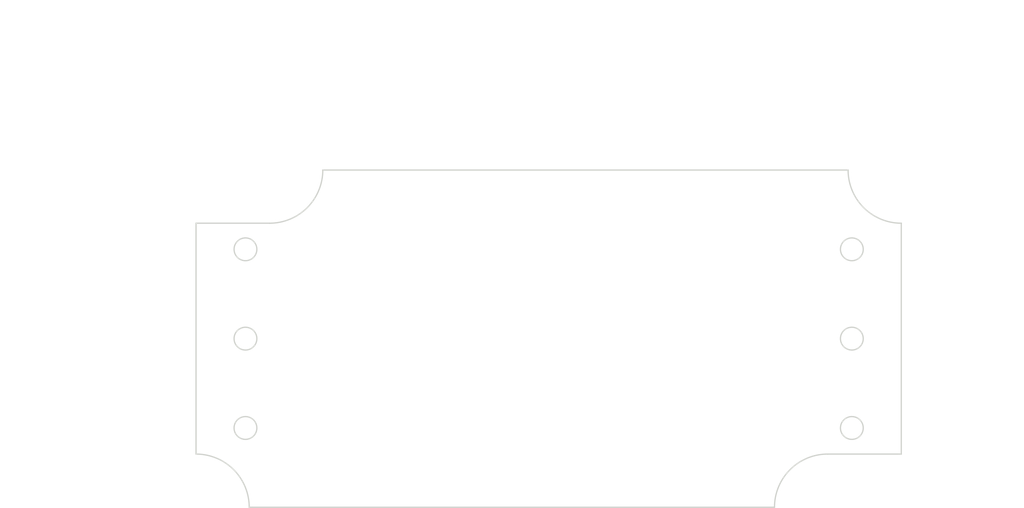
<source format=kicad_pcb>
(kicad_pcb (version 20221018) (generator pcbnew)

  (general
    (thickness 1.6)
  )

  (paper "A4")
  (layers
    (0 "F.Cu" signal)
    (31 "B.Cu" signal)
    (32 "B.Adhes" user "B.Adhesive")
    (33 "F.Adhes" user "F.Adhesive")
    (34 "B.Paste" user)
    (35 "F.Paste" user)
    (36 "B.SilkS" user "B.Silkscreen")
    (37 "F.SilkS" user "F.Silkscreen")
    (38 "B.Mask" user)
    (39 "F.Mask" user)
    (40 "Dwgs.User" user "User.Drawings")
    (41 "Cmts.User" user "User.Comments")
    (42 "Eco1.User" user "User.Eco1")
    (43 "Eco2.User" user "User.Eco2")
    (44 "Edge.Cuts" user)
    (45 "Margin" user)
    (46 "B.CrtYd" user "B.Courtyard")
    (47 "F.CrtYd" user "F.Courtyard")
    (48 "B.Fab" user)
    (49 "F.Fab" user)
  )

  (setup
    (pad_to_mask_clearance 0.051)
    (solder_mask_min_width 0.25)
    (pcbplotparams
      (layerselection 0x00010fc_ffffffff)
      (plot_on_all_layers_selection 0x0000000_00000000)
      (disableapertmacros false)
      (usegerberextensions false)
      (usegerberattributes false)
      (usegerberadvancedattributes false)
      (creategerberjobfile false)
      (dashed_line_dash_ratio 12.000000)
      (dashed_line_gap_ratio 3.000000)
      (svgprecision 4)
      (plotframeref false)
      (viasonmask false)
      (mode 1)
      (useauxorigin false)
      (hpglpennumber 1)
      (hpglpenspeed 20)
      (hpglpendiameter 15.000000)
      (dxfpolygonmode true)
      (dxfimperialunits true)
      (dxfusepcbnewfont true)
      (psnegative false)
      (psa4output false)
      (plotreference true)
      (plotvalue true)
      (plotinvisibletext false)
      (sketchpadsonfab false)
      (subtractmaskfromsilk false)
      (outputformat 1)
      (mirror false)
      (drillshape 1)
      (scaleselection 1)
      (outputdirectory "")
    )
  )

  (net 0 "")

  (gr_line (start 76.071883 82.174314) (end 76.071883 77.843114)
    (stroke (width 0.2) (type solid)) (layer "Dwgs.User") (tstamp 054fff0a-ebe8-450f-96e2-599602af2ffc))
  (gr_line (start 111.378851 84.174314) (end 138.108796 84.174314)
    (stroke (width 0.2) (type solid)) (layer "Dwgs.User") (tstamp 0e73b697-430b-43a4-a403-6d71e6f95a12))
  (gr_line (start 106.592251 89.263714) (end 106.592251 94.037723)
    (stroke (width 0.2) (type solid)) (layer "Dwgs.User") (tstamp 1347b79a-deff-43c3-911c-d9103a7d6a01))
  (gr_line (start 81.915539 86.174314) (end 81.915539 107.81876)
    (stroke (width 0.2) (type solid)) (layer "Dwgs.User") (tstamp 169f9655-ce5e-43fc-b5a3-e9eb6214fc3e))
  (gr_line (start 112.121487 121.388798) (end 107.903791 123.703919)
    (stroke (width 0.2) (type solid)) (layer "Dwgs.User") (tstamp 268275bb-46ef-450f-a508-dd16a6a2c027))
  (gr_line (start 100.847251 52.63538) (end 147.623547 52.63538)
    (stroke (width 0.2) (type solid)) (layer "Dwgs.User") (tstamp 26d99b3d-f3da-40b5-b901-89bf715ae17a))
  (gr_line (start 98.847251 83.174314) (end 98.847251 49.46038)
    (stroke (width 0.2) (type solid)) (layer "Dwgs.User") (tstamp 31dc0d2c-0741-4ed4-9c22-a268a6c0b908))
  (gr_line (start 209.337251 83.174314) (end 209.337251 49.46038)
    (stroke (width 0.2) (type solid)) (layer "Dwgs.User") (tstamp 399a1878-0c37-46f1-9e7f-48093309a46f))
  (gr_line (start 104.592251 90.862723) (end 100.847251 90.862723)
    (stroke (width 0.2) (type solid)) (layer "Dwgs.User") (tstamp 3a0a6da3-9bb9-45c9-a855-80cb558f32c1))
  (gr_line (start 201.006051 74.843114) (end 201.006051 56.490159)
    (stroke (width 0.2) (type solid)) (layer "Dwgs.User") (tstamp 41657949-4daf-40e2-b4f4-c98f8e9b8e16))
  (gr_line (start 107.592251 88.263714) (end 138.108796 88.263714)
    (stroke (width 0.2) (type solid)) (layer "Dwgs.User") (tstamp 4b223e92-7cf9-4c35-a400-02f044fe1b51))
  (gr_line (start 116.710051 59.665159) (end 112.713596 59.665159)
    (stroke (width 0.2) (type solid)) (layer "Dwgs.User") (tstamp 55157e2c-d404-4f67-8a52-5524cec07557))
  (gr_line (start 134.933796 82.174314) (end 134.933796 80.174314)
    (stroke (width 0.2) (type solid)) (layer "Dwgs.User") (tstamp 6391e0f4-5257-447a-9316-f93ce1aeeaae))
  (gr_line (start 76.071883 66.465549) (end 78.071883 66.465549)
    (stroke (width 0.2) (type solid)) (layer "Dwgs.User") (tstamp 640fc8ea-96a8-4961-b0ca-c3e8d86e1fca))
  (gr_line (start 134.933796 96.012737) (end 132.933796 96.012737)
    (stroke (width 0.2) (type solid)) (layer "Dwgs.User") (tstamp 6699f3a0-3800-4c55-ae5a-29d428e29a6c))
  (gr_line (start 118.710051 74.843114) (end 118.710051 56.490159)
    (stroke (width 0.2) (type solid)) (layer "Dwgs.User") (tstamp 67555621-9574-4348-b4e8-f9b2e913b823))
  (gr_line (start 217.73565 109.936179) (end 215.73565 109.936179)
    (stroke (width 0.2) (type solid)) (layer "Dwgs.User") (tstamp 6e2202d1-2ecd-491d-8178-d47aedfcb0c1))
  (gr_line (start 117.710051 75.843114) (end 72.896883 75.843114)
    (stroke (width 0.2) (type solid)) (layer "Dwgs.User") (tstamp 7e563c55-2f27-49b3-b404-b6beb6198fc8))
  (gr_line (start 116.592251 90.263714) (end 116.592251 91.362642)
    (stroke (width 0.2) (type solid)) (layer "Dwgs.User") (tstamp 8c396e76-5c09-4223-85a9-361cb2c43a35))
  (gr_line (start 97.847251 120.343914) (end 78.740539 120.343914)
    (stroke (width 0.2) (type solid)) (layer "Dwgs.User") (tstamp 8e8b48ca-b40b-408c-ab20-554bdfbcac64))
  (gr_line (start 106.178451 128.675114) (end 69.69932 128.675114)
    (stroke (width 0.2) (type solid)) (layer "Dwgs.User") (tstamp 8eed38d9-0fc5-44d4-988a-483736980b89))
  (gr_line (start 134.933796 90.263714) (end 134.933796 96.012737)
    (stroke (width 0.2) (type solid)) (layer "Dwgs.User") (tstamp 90585382-74c2-42cc-8038-5a5f11c665e3))
  (gr_line (start 81.915539 118.343914) (end 81.915539 115.625854)
    (stroke (width 0.2) (type solid)) (layer "Dwgs.User") (tstamp 94fb0700-d421-4175-8a4b-141cbf82c77f))
  (gr_line (start 120.710051 59.665159) (end 136.485887 59.665159)
    (stroke (width 0.2) (type solid)) (layer "Dwgs.User") (tstamp 99ae168d-0129-4fc2-87e4-bcfc305d85d1))
  (gr_line (start 98.847251 83.174314) (end 98.847251 56.490159)
    (stroke (width 0.2) (type solid)) (layer "Dwgs.User") (tstamp a0ac0777-bc83-4fd2-ba5a-e53cf3eacbcb))
  (gr_line (start 76.071883 75.843114) (end 76.071883 66.465549)
    (stroke (width 0.2) (type solid)) (layer "Dwgs.User") (tstamp b2bf9273-b839-423c-bbe2-b1ca5900bc5c))
  (gr_line (start 97.847251 84.174314) (end 72.896883 84.174314)
    (stroke (width 0.2) (type solid)) (layer "Dwgs.User") (tstamp b63446ff-4b68-4b5b-bd66-e09fabe075fc))
  (gr_line (start 98.847251 90.862723) (end 95.159611 90.862723)
    (stroke (width 0.2) (type solid)) (layer "Dwgs.User") (tstamp b7824715-9e4f-424b-a615-97b049fa3177))
  (gr_line (start 114.121487 121.388798) (end 112.121487 121.388798)
    (stroke (width 0.2) (type solid)) (layer "Dwgs.User") (tstamp be2917d7-1d9f-4eee-86fd-253bb237fb05))
  (gr_line (start 199.006051 59.665159) (end 145.720266 59.665159)
    (stroke (width 0.2) (type solid)) (layer "Dwgs.User") (tstamp c7c2fbe7-0fe9-4417-9d72-ebd1959cae55))
  (gr_line (start 72.87432 77.843114) (end 72.87432 97.745416)
    (stroke (width 0.2) (type solid)) (layer "Dwgs.User") (tstamp c8bc79e8-ec94-4ec8-80db-7f9e43d321c6))
  (gr_line (start 201.502251 102.259114) (end 201.682251 102.259114)
    (stroke (width 0.2) (type solid)) (layer "Dwgs.User") (tstamp cd18ae8a-2cd2-4f41-96a3-2492a977aa1d))
  (gr_line (start 207.337251 52.63538) (end 158.422728 52.63538)
    (stroke (width 0.2) (type solid)) (layer "Dwgs.User") (tstamp d59adf6d-4753-4e7d-8640-bfe3eb0a40f0))
  (gr_line (start 100.847251 59.665159) (end 103.473759 59.665159)
    (stroke (width 0.2) (type solid)) (layer "Dwgs.User") (tstamp d68793be-d987-4c93-a310-415ce1fffa63))
  (gr_line (start 72.87432 126.675114) (end 72.87432 105.552511)
    (stroke (width 0.2) (type solid)) (layer "Dwgs.User") (tstamp d72a8cc1-ee65-488b-a08e-448fa670b1f3))
  (gr_line (start 107.592251 102.259114) (end 119.767251 102.259114)
    (stroke (width 0.2) (type solid)) (layer "Dwgs.User") (tstamp d9c6951b-5459-4d3c-abba-3eace7445513))
  (gr_line (start 107.592251 88.263714) (end 119.767251 88.263714)
    (stroke (width 0.2) (type solid)) (layer "Dwgs.User") (tstamp e48fdb7c-1505-4a46-8815-348252457e51))
  (gr_line (start 215.73565 109.936179) (end 204.919612 104.065212)
    (stroke (width 0.2) (type solid)) (layer "Dwgs.User") (tstamp e758b626-680e-4643-ba6e-a35c4f3a4b9d))
  (gr_line (start 201.592251 102.349114) (end 201.592251 102.169114)
    (stroke (width 0.2) (type solid)) (layer "Dwgs.User") (tstamp ea82cd9e-ad2b-4c58-8618-592b3b190ba0))
  (gr_line (start 117.710051 75.843114) (end 69.69932 75.843114)
    (stroke (width 0.2) (type solid)) (layer "Dwgs.User") (tstamp f2aff298-0655-47ea-ab1e-c35cdc34ee7d))
  (gr_line (start 118.710051 74.843114) (end 118.710051 56.490159)
    (stroke (width 0.2) (type solid)) (layer "Dwgs.User") (tstamp f2bd8827-93a7-4807-a42d-c73998a623fd))
  (gr_line (start 97.847251 84.174314) (end 78.740539 84.174314)
    (stroke (width 0.2) (type solid)) (layer "Dwgs.User") (tstamp f5b41619-47da-45cc-9ca0-2f2df43aadf8))
  (gr_line (start 116.592251 100.259114) (end 116.592251 99.160186)
    (stroke (width 0.2) (type solid)) (layer "Dwgs.User") (tstamp fb16ded5-68d2-431c-985b-9229c9c3e0eb))
  (gr_arc (start 118.710051 75.843114) (mid 116.269899 81.734162) (end 110.378851 84.174314)
    (stroke (width 0.2) (type solid)) (layer "Edge.Cuts") (tstamp 003daaa3-8553-4858-863e-46d4cacea429))
  (gr_arc (start 189.474451 128.675114) (mid 191.914603 122.784066) (end 197.805651 120.343914)
    (stroke (width 0.2) (type solid)) (layer "Edge.Cuts") (tstamp 2f7bcc1b-5aee-47ad-a8eb-a8682e9d27e4))
  (gr_line (start 189.474451 128.675114) (end 107.178451 128.675114)
    (stroke (width 0.2) (type solid)) (layer "Edge.Cuts") (tstamp 3ed68500-0787-4c89-8ada-4948314c7649))
  (gr_line (start 118.710051 75.843114) (end 201.006051 75.843114)
    (stroke (width 0.2) (type solid)) (layer "Edge.Cuts") (tstamp 5ee30dde-de4f-4ecc-8034-a219331fae73))
  (gr_circle (center 106.592251 88.263714) (end 108.378188 88.263714)
    (stroke (width 0.2) (type solid)) (fill none) (layer "Edge.Cuts") (tstamp 5eee5493-e330-473c-83f0-b01eed113b5e))
  (gr_line (start 98.847251 120.343914) (end 98.847251 84.174314)
    (stroke (width 0.2) (type solid)) (layer "Edge.Cuts") (tstamp 5f0b5e11-2621-4cd8-9d0a-21473fd8341e))
  (gr_arc (start 209.337251 84.174314) (mid 203.446203 81.734162) (end 201.006051 75.843114)
    (stroke (width 0.2) (type solid)) (layer "Edge.Cuts") (tstamp 716b6836-7afe-443e-93c2-38f2d954b6dc))
  (gr_circle (center 106.592251 116.254514) (end 108.378188 116.254514)
    (stroke (width 0.2) (type solid)) (fill none) (layer "Edge.Cuts") (tstamp 74b0a224-75d8-4b35-98a7-cf71eb7e023a))
  (gr_circle (center 201.592251 116.254514) (end 203.378188 116.254514)
    (stroke (width 0.2) (type solid)) (fill none) (layer "Edge.Cuts") (tstamp 7b6dec05-e6a4-40da-ac1b-25f15d0a91e0))
  (gr_line (start 209.337251 84.174314) (end 209.337251 120.343914)
    (stroke (width 0.2) (type solid)) (layer "Edge.Cuts") (tstamp 7e36aaf5-ab70-4c17-ab0e-3d6af0c71507))
  (gr_arc (start 98.847251 120.343914) (mid 104.738299 122.784066) (end 107.178451 128.675114)
    (stroke (width 0.2) (type solid)) (layer "Edge.Cuts") (tstamp 8e46109b-9618-46cc-ac10-82aeb3e11664))
  (gr_circle (center 201.592251 102.259114) (end 203.378188 102.259114)
    (stroke (width 0.2) (type solid)) (fill none) (layer "Edge.Cuts") (tstamp bf797495-1073-47bb-ad1e-e1660e1ca312))
  (gr_circle (center 106.592251 102.259114) (end 108.378188 102.259114)
    (stroke (width 0.2) (type solid)) (fill none) (layer "Edge.Cuts") (tstamp c1a7743a-6a8d-486b-8f2f-174273f73d6f))
  (gr_line (start 110.378851 84.174314) (end 98.847251 84.174314)
    (stroke (width 0.2) (type solid)) (layer "Edge.Cuts") (tstamp c483aa89-264a-4527-979e-0c03909727c1))
  (gr_line (start 197.805651 120.343914) (end 209.337251 120.343914)
    (stroke (width 0.2) (type solid)) (layer "Edge.Cuts") (tstamp cf4c73a3-51da-47d7-af71-e0ea37e463e1))
  (gr_circle (center 201.592251 88.263714) (end 203.378188 88.263714)
    (stroke (width 0.2) (type solid)) (fill none) (layer "Edge.Cuts") (tstamp d40ff83a-1565-4b70-8cdb-0ebd3f2385c2))
  (gr_text "[.33]" (at 81.915539 68.547268) (layer "Dwgs.User") (tstamp 1305a62f-e926-47e2-97ef-9648f1b9ec23)
    (effects (font (size 2 1.8) (thickness 0.25)))
  )
  (gr_text " 8.33" (at 81.915539 64.643721) (layer "Dwgs.User") (tstamp 2cc35ed8-f80c-4947-9cb4-4dfca8e0a5f2)
    (effects (font (size 2 1.8) (thickness 0.25)))
  )
  (gr_text "[3.24]" (at 141.103077 61.746878) (layer "Dwgs.User") (tstamp 3ca1f221-eff4-4133-8fa6-e2c028b05bec)
    (effects (font (size 2 1.8) (thickness 0.25)))
  )
  (gr_text " 4.09" (at 129.088093 94.191591) (layer "Dwgs.User") (tstamp 4e6bcf17-5f5c-479c-85f8-d8b6cc062eda)
    (effects (font (size 2 1.8) (thickness 0.25)))
  )
  (gr_text "[.78]" (at 108.093677 61.746878) (layer "Dwgs.User") (tstamp 514bd3c7-93d0-491f-86fa-73cecc4ad336)
    (effects (font (size 2 1.8) (thickness 0.25)))
  )
  (gr_text " 19.86" (at 108.093677 57.844013) (layer "Dwgs.User") (tstamp 5db7aff4-5bab-4ddf-8dc6-6f8b1bffab56)
    (effects (font (size 2 1.8) (thickness 0.25)))
  )
  (gr_text " 110.49" (at 153.023137 50.814234) (layer "Dwgs.User") (tstamp 6038e351-e05b-4652-b268-4c6bd39a3c0a)
    (effects (font (size 2 1.8) (thickness 0.25)))
  )
  (gr_text "[1.42]" (at 81.915539 113.804026) (layer "Dwgs.User") (tstamp 61703555-8f15-4a7e-a3dc-92c6cbf1ea95)
    (effects (font (size 2 1.8) (thickness 0.25)))
  )
  (gr_text " 52.83" (at 72.87432 99.827135) (layer "Dwgs.User") (tstamp 66ac6833-a5f5-47a9-8311-8d5a2e9c0d6c)
    (effects (font (size 2 1.8) (thickness 0.25)))
  )
  (gr_text "[.55]" (at 116.592251 97.33904) (layer "Dwgs.User") (tstamp 6ba26733-20c4-4b03-8590-8a1928569e6c)
    (effects (font (size 2 1.8) (thickness 0.25)))
  )
  (gr_text " ∅3.57\n[∅0.14]" (at 222.931967 109.936179) (layer "Dwgs.User") (tstamp 779bd0ef-5ca7-40ef-9426-3027e6a7ee79)
    (effects (font (size 2 1.8) (thickness 0.25)))
  )
  (gr_text "[.30]" (at 91.308452 92.944442) (layer "Dwgs.User") (tstamp 9c98cc1d-c674-48c9-8c50-6539194b6c15)
    (effects (font (size 2 1.8) (thickness 0.25)))
  )
  (gr_text " 7.75" (at 91.308452 89.04567) (layer "Dwgs.User") (tstamp a4143ece-3666-4882-b146-399942e57569)
    (effects (font (size 2 1.8) (thickness 0.25)))
  )
  (gr_text " 14.00" (at 116.592251 93.440268) (layer "Dwgs.User") (tstamp b6f57f5e-520a-4f56-8f67-5d40f1debc0c)
    (effects (font (size 2 1.8) (thickness 0.25)))
  )
  (gr_text "[R0.33]" (at 119.240041 123.470517) (layer "Dwgs.User") (tstamp bedf82a4-632d-4a73-80df-4a8e7e8ada44)
    (effects (font (size 2 1.8) (thickness 0.25)))
  )
  (gr_text " R8.33" (at 119.240041 119.56697) (layer "Dwgs.User") (tstamp ce4b4ce7-2e16-49d7-bc91-93cab8df801f)
    (effects (font (size 2 1.8) (thickness 0.25)))
  )
  (gr_text "[2.08]" (at 72.87432 103.730682) (layer "Dwgs.User") (tstamp d8054fce-587b-4db5-ae6e-7d3fdc2cf832)
    (effects (font (size 2 1.8) (thickness 0.25)))
  )
  (gr_text "[.16]" (at 129.088093 98.094456) (layer "Dwgs.User") (tstamp e3bd2eec-a8d6-4971-b95e-881de0aceff3)
    (effects (font (size 2 1.8) (thickness 0.25)))
  )
  (gr_text " 36.17" (at 81.915539 109.900479) (layer "Dwgs.User") (tstamp e5bb1f9c-3f02-42f7-b635-bb17658c1d56)
    (effects (font (size 2 1.8) (thickness 0.25)))
  )
  (gr_text " 82.30" (at 141.103077 57.843331) (layer "Dwgs.User") (tstamp e6e36537-db63-4632-b984-977c0329f4e9)
    (effects (font (size 2 1.8) (thickness 0.25)))
  )
  (gr_text "[4.35]" (at 153.023137 54.717099) (layer "Dwgs.User") (tstamp ed350753-0686-42b6-97d9-d62695d4248a)
    (effects (font (size 2 1.8) (thickness 0.25)))
  )

)

</source>
